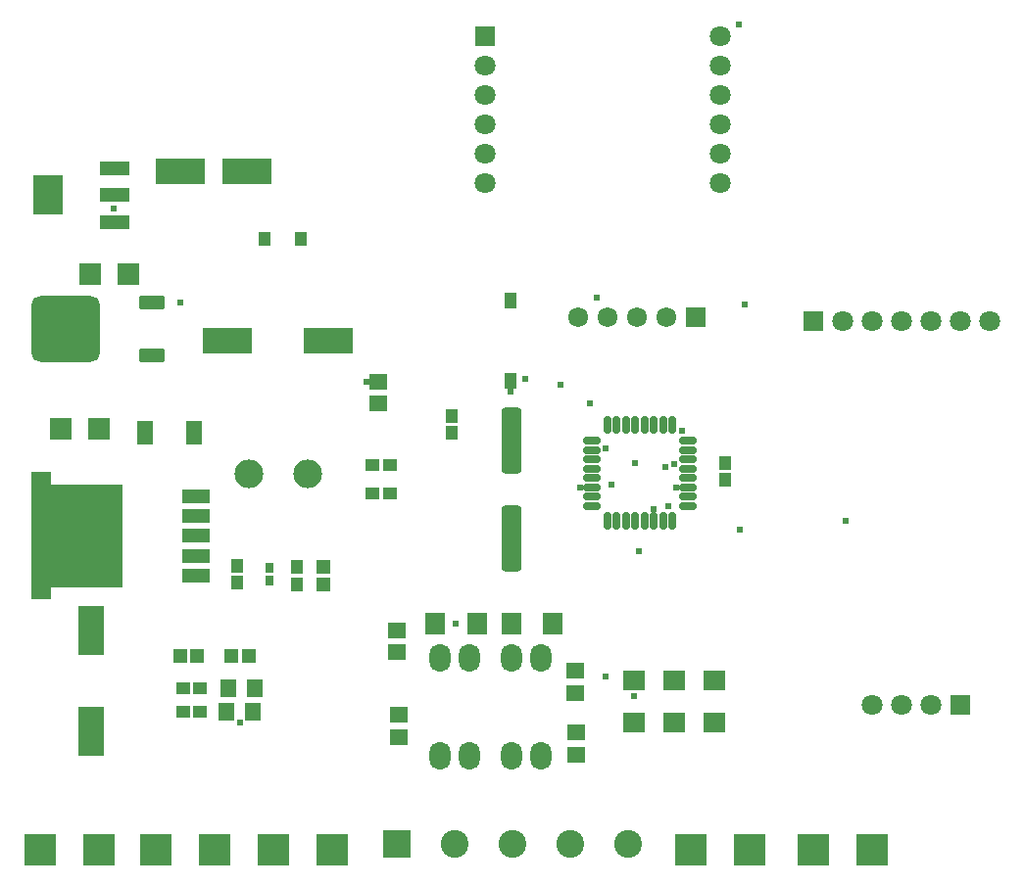
<source format=gts>
G04*
G04 #@! TF.GenerationSoftware,Altium Limited,Altium Designer,20.1.11 (218)*
G04*
G04 Layer_Color=8388736*
%FSTAX24Y24*%
%MOIN*%
G70*
G04*
G04 #@! TF.SameCoordinates,6DBB7448-FED5-465F-904A-7FE87FEFC6C8*
G04*
G04*
G04 #@! TF.FilePolarity,Negative*
G04*
G01*
G75*
G04:AMPARAMS|DCode=43|XSize=47.4mil|YSize=86.7mil|CornerRadius=8.9mil|HoleSize=0mil|Usage=FLASHONLY|Rotation=90.000|XOffset=0mil|YOffset=0mil|HoleType=Round|Shape=RoundedRectangle|*
%AMROUNDEDRECTD43*
21,1,0.0474,0.0689,0,0,90.0*
21,1,0.0295,0.0867,0,0,90.0*
1,1,0.0178,0.0344,0.0148*
1,1,0.0178,0.0344,-0.0148*
1,1,0.0178,-0.0344,-0.0148*
1,1,0.0178,-0.0344,0.0148*
%
%ADD43ROUNDEDRECTD43*%
G04:AMPARAMS|DCode=44|XSize=224.5mil|YSize=232.4mil|CornerRadius=31.1mil|HoleSize=0mil|Usage=FLASHONLY|Rotation=90.000|XOffset=0mil|YOffset=0mil|HoleType=Round|Shape=RoundedRectangle|*
%AMROUNDEDRECTD44*
21,1,0.2245,0.1703,0,0,90.0*
21,1,0.1624,0.2324,0,0,90.0*
1,1,0.0621,0.0851,0.0812*
1,1,0.0621,0.0851,-0.0812*
1,1,0.0621,-0.0851,-0.0812*
1,1,0.0621,-0.0851,0.0812*
%
%ADD44ROUNDEDRECTD44*%
%ADD45R,0.0930X0.0501*%
%ADD46R,0.1025X0.0474*%
%ADD47R,0.1025X0.1379*%
%ADD48R,0.0867X0.1694*%
%ADD49R,0.0749X0.0749*%
%ADD50R,0.0541X0.0836*%
%ADD51R,0.1655X0.0867*%
%ADD52R,0.0454X0.0434*%
%ADD53R,0.0474X0.0454*%
%ADD54R,0.1694X0.0867*%
%ADD55R,0.0580X0.0630*%
%ADD56R,0.0434X0.0454*%
%ADD57R,0.0434X0.0454*%
%ADD58R,0.0316X0.0336*%
%ADD59R,0.0454X0.0474*%
%ADD60R,0.0631X0.0552*%
%ADD61R,0.0680X0.0730*%
%ADD62O,0.0710X0.0966*%
G04:AMPARAMS|DCode=63|XSize=224.5mil|YSize=67.1mil|CornerRadius=11.4mil|HoleSize=0mil|Usage=FLASHONLY|Rotation=270.000|XOffset=0mil|YOffset=0mil|HoleType=Round|Shape=RoundedRectangle|*
%AMROUNDEDRECTD63*
21,1,0.2245,0.0443,0,0,270.0*
21,1,0.2018,0.0671,0,0,270.0*
1,1,0.0228,-0.0221,-0.1009*
1,1,0.0228,-0.0221,0.1009*
1,1,0.0228,0.0221,0.1009*
1,1,0.0228,0.0221,-0.1009*
%
%ADD63ROUNDEDRECTD63*%
%ADD64R,0.0395X0.0552*%
%ADD65O,0.0611X0.0297*%
%ADD66O,0.0297X0.0611*%
%ADD67R,0.0730X0.0680*%
%ADD68C,0.0946*%
%ADD69R,0.0946X0.0946*%
%ADD70R,0.1064X0.1064*%
%ADD71C,0.0980*%
%ADD72C,0.0710*%
%ADD73R,0.0710X0.0710*%
%ADD74R,0.0678X0.0678*%
%ADD75C,0.0678*%
%ADD76R,0.0710X0.0710*%
%ADD77C,0.0237*%
G36*
X021601Y026365D02*
X022258D01*
Y025952D01*
X024699D01*
Y022448D01*
X022258D01*
Y022035D01*
X021601D01*
Y026365D01*
D02*
G37*
D43*
X0257Y030351D02*
D03*
Y03215D02*
D03*
D44*
X022787Y03125D02*
D03*
D45*
X027219Y022861D02*
D03*
Y023531D02*
D03*
Y0242D02*
D03*
Y024869D02*
D03*
Y025539D02*
D03*
D46*
X024442Y034894D02*
D03*
Y0358D02*
D03*
Y036706D02*
D03*
D47*
X022158Y0358D02*
D03*
D48*
X02365Y020975D02*
D03*
Y01755D02*
D03*
D49*
X0226Y02785D02*
D03*
X0239D02*
D03*
X0236Y0331D02*
D03*
X0249D02*
D03*
D50*
X02715Y0277D02*
D03*
X025477D02*
D03*
D51*
X026667Y0366D02*
D03*
X02895D02*
D03*
D52*
X026755Y019D02*
D03*
X027345D02*
D03*
Y0182D02*
D03*
X026755D02*
D03*
X033205Y02565D02*
D03*
X033795D02*
D03*
Y0266D02*
D03*
X033205D02*
D03*
D53*
X026659Y0201D02*
D03*
X02725D02*
D03*
X028995D02*
D03*
X028405D02*
D03*
D54*
X028275Y03085D02*
D03*
X0317D02*
D03*
D55*
X0283Y019D02*
D03*
X0292D02*
D03*
X02915Y0182D02*
D03*
X02825D02*
D03*
D56*
X0286Y023195D02*
D03*
Y022605D02*
D03*
X03065Y022555D02*
D03*
Y023145D02*
D03*
X0359Y027705D02*
D03*
Y028295D02*
D03*
X045195Y026105D02*
D03*
Y026695D02*
D03*
D57*
X03077Y0343D02*
D03*
X02953D02*
D03*
D58*
X0297Y022683D02*
D03*
Y023117D02*
D03*
D59*
X03155Y022559D02*
D03*
Y02315D02*
D03*
D60*
X0334Y02945D02*
D03*
Y028702D02*
D03*
X03405Y020998D02*
D03*
Y02025D02*
D03*
X0341Y017352D02*
D03*
Y0181D02*
D03*
X0401Y0196D02*
D03*
Y018852D02*
D03*
X04015Y016752D02*
D03*
Y0175D02*
D03*
D61*
X03535Y0212D02*
D03*
X03677D02*
D03*
X03793D02*
D03*
X03935D02*
D03*
D62*
X0355Y0167D02*
D03*
X0365D02*
D03*
Y020046D02*
D03*
X0355D02*
D03*
X03795Y0167D02*
D03*
X03895D02*
D03*
Y020046D02*
D03*
X03795D02*
D03*
D63*
Y0241D02*
D03*
Y027446D02*
D03*
D64*
X0379Y029472D02*
D03*
Y032228D02*
D03*
D65*
X040674Y027436D02*
D03*
Y027121D02*
D03*
Y026806D02*
D03*
Y026491D02*
D03*
Y026176D02*
D03*
Y025861D02*
D03*
Y025546D02*
D03*
Y025231D02*
D03*
X043941D02*
D03*
Y025546D02*
D03*
Y025861D02*
D03*
Y026176D02*
D03*
Y026491D02*
D03*
Y026806D02*
D03*
Y027121D02*
D03*
Y027436D02*
D03*
D66*
X041205Y0247D02*
D03*
X04152D02*
D03*
X041835D02*
D03*
X04215D02*
D03*
X042465D02*
D03*
X04278D02*
D03*
X043095D02*
D03*
X04341D02*
D03*
Y027968D02*
D03*
X043095D02*
D03*
X04278D02*
D03*
X042465D02*
D03*
X04215D02*
D03*
X041835D02*
D03*
X04152D02*
D03*
X041205D02*
D03*
D67*
X0421Y01785D02*
D03*
Y01927D02*
D03*
X043475Y01785D02*
D03*
Y01927D02*
D03*
X04485Y01785D02*
D03*
Y01927D02*
D03*
D68*
X041919Y0137D02*
D03*
X03995D02*
D03*
X037982D02*
D03*
X036013D02*
D03*
D69*
X034044D02*
D03*
D70*
X0239Y0135D02*
D03*
X0219D02*
D03*
X03184D02*
D03*
X029845D02*
D03*
X02585D02*
D03*
X02785D02*
D03*
X04605D02*
D03*
X04405D02*
D03*
X0502D02*
D03*
X0482D02*
D03*
D71*
X029Y0263D02*
D03*
X031D02*
D03*
D72*
X04505Y0362D02*
D03*
Y0372D02*
D03*
Y0382D02*
D03*
Y0392D02*
D03*
Y0402D02*
D03*
Y0412D02*
D03*
X03705Y0362D02*
D03*
Y0372D02*
D03*
Y0382D02*
D03*
Y0392D02*
D03*
Y0402D02*
D03*
X0522Y01845D02*
D03*
X0512D02*
D03*
X0502D02*
D03*
X0542Y0315D02*
D03*
X0532D02*
D03*
X0522D02*
D03*
X0512D02*
D03*
X0502D02*
D03*
X0492D02*
D03*
D73*
X03705Y0412D02*
D03*
D74*
X0442Y03165D02*
D03*
D75*
X0432D02*
D03*
X0422D02*
D03*
X0412D02*
D03*
X0402D02*
D03*
D76*
X0532Y01845D02*
D03*
X0482Y0315D02*
D03*
D77*
X02441Y03535D02*
D03*
X04214Y02668D02*
D03*
X04226Y02369D02*
D03*
X0421Y01876D02*
D03*
X04278Y02512D02*
D03*
X04317Y026535D02*
D03*
X04569Y02443D02*
D03*
X04347Y02665D02*
D03*
X04588Y032067D02*
D03*
X02667Y03215D02*
D03*
X02872Y01785D02*
D03*
X0379Y0291D02*
D03*
X03962Y02936D02*
D03*
X04085Y0323D02*
D03*
X03603Y0212D02*
D03*
X04061Y0287D02*
D03*
X04113Y01941D02*
D03*
Y027167D02*
D03*
X04567Y04163D02*
D03*
X03839Y029559D02*
D03*
X04328Y02522D02*
D03*
X04375Y02778D02*
D03*
X04932Y02472D02*
D03*
X032996Y02945D02*
D03*
X043547Y025861D02*
D03*
X040279D02*
D03*
X041329Y025934D02*
D03*
M02*

</source>
